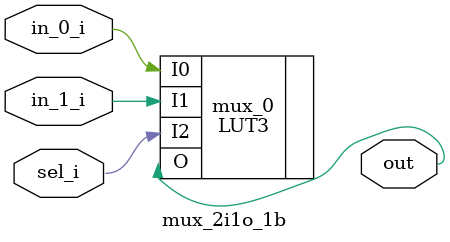
<source format=v>
`timescale 1ns / 1ps


module mux_2i1o_1b(
    input sel_i,
    input  [0:0] in_0_i,
    input  [0:0] in_1_i,

    output [0:0] out
    );

    LUT3 #(
                .INIT(8'hca)         // Specify LUT Contents
            )mux_0(.O(out[0]),     // LUT general output
                .I0(in_0_i[0]), // LUT input
                .I1(in_1_i[0]), // LUT input
                .I2(sel_i)     // LUT input
          );

endmodule

</source>
